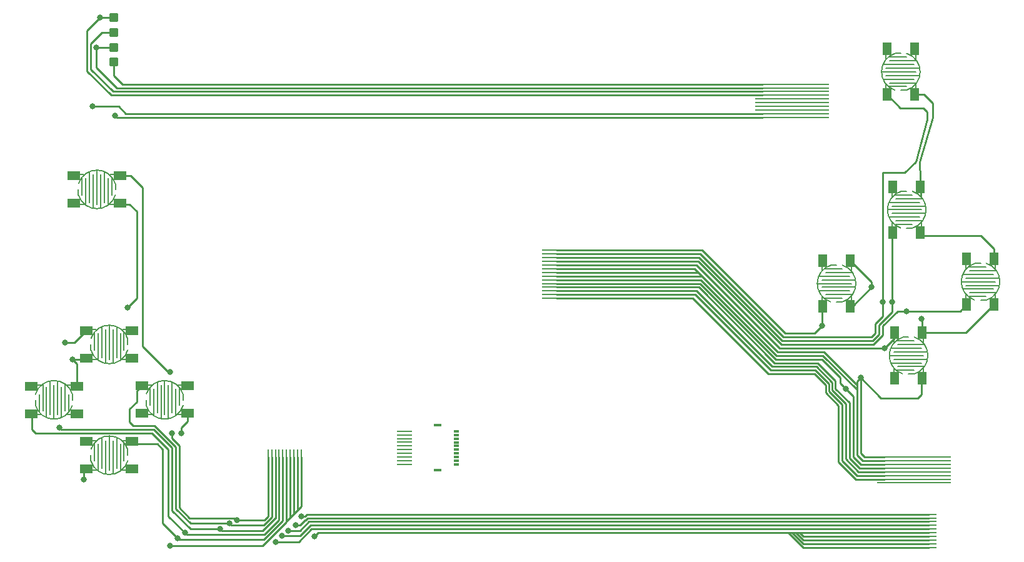
<source format=gbr>
%TF.GenerationSoftware,KiCad,Pcbnew,8.0.4*%
%TF.CreationDate,2024-08-01T13:46:47+01:00*%
%TF.ProjectId,buttonsSuper,62757474-6f6e-4735-9375-7065722e6b69,rev?*%
%TF.SameCoordinates,Original*%
%TF.FileFunction,Copper,L1,Top*%
%TF.FilePolarity,Positive*%
%FSLAX46Y46*%
G04 Gerber Fmt 4.6, Leading zero omitted, Abs format (unit mm)*
G04 Created by KiCad (PCBNEW 8.0.4) date 2024-08-01 13:46:47*
%MOMM*%
%LPD*%
G01*
G04 APERTURE LIST*
G04 Aperture macros list*
%AMRoundRect*
0 Rectangle with rounded corners*
0 $1 Rounding radius*
0 $2 $3 $4 $5 $6 $7 $8 $9 X,Y pos of 4 corners*
0 Add a 4 corners polygon primitive as box body*
4,1,4,$2,$3,$4,$5,$6,$7,$8,$9,$2,$3,0*
0 Add four circle primitives for the rounded corners*
1,1,$1+$1,$2,$3*
1,1,$1+$1,$4,$5*
1,1,$1+$1,$6,$7*
1,1,$1+$1,$8,$9*
0 Add four rect primitives between the rounded corners*
20,1,$1+$1,$2,$3,$4,$5,0*
20,1,$1+$1,$4,$5,$6,$7,0*
20,1,$1+$1,$6,$7,$8,$9,0*
20,1,$1+$1,$8,$9,$2,$3,0*%
%AMFreePoly0*
4,1,5,0.125000,-1.000000,-0.125000,-1.000000,-0.125000,9.000000,0.125000,9.000000,0.125000,-1.000000,0.125000,-1.000000,$1*%
G04 Aperture macros list end*
%TA.AperFunction,EtchedComponent*%
%ADD10C,0.200000*%
%TD*%
%TA.AperFunction,SMDPad,CuDef*%
%ADD11RoundRect,0.312500X-0.312500X0.312500X-0.312500X-0.312500X0.312500X-0.312500X0.312500X0.312500X0*%
%TD*%
%TA.AperFunction,SMDPad,CuDef*%
%ADD12R,0.700025X0.299975*%
%TD*%
%TA.AperFunction,SMDPad,CuDef*%
%ADD13R,1.000000X0.299975*%
%TD*%
%TA.AperFunction,SMDPad,CuDef*%
%ADD14R,1.199898X1.800000*%
%TD*%
%TA.AperFunction,SMDPad,CuDef*%
%ADD15R,1.800000X1.199898*%
%TD*%
%TA.AperFunction,SMDPad,CuDef*%
%ADD16R,4.000000X0.250000*%
%TD*%
%TA.AperFunction,SMDPad,CuDef*%
%ADD17FreePoly0,270.000000*%
%TD*%
%TA.AperFunction,SMDPad,CuDef*%
%ADD18R,2.000000X0.250000*%
%TD*%
%TA.AperFunction,SMDPad,CuDef*%
%ADD19R,0.250000X2.000000*%
%TD*%
%TA.AperFunction,ViaPad*%
%ADD20C,0.800000*%
%TD*%
%TA.AperFunction,Conductor*%
%ADD21C,0.250000*%
%TD*%
G04 APERTURE END LIST*
D10*
%TO.C,SQUARE1*%
X150000000Y-97000000D02*
X150000000Y-96250000D01*
X148750000Y-96999999D02*
X148000000Y-97000000D01*
X146400000Y-96500000D02*
X148750000Y-96500000D01*
X146000000Y-96250000D02*
X146000000Y-97000000D01*
X150100000Y-96000000D02*
X146500000Y-96000000D01*
X145600000Y-95500000D02*
X149750000Y-95500000D01*
X150500000Y-95000000D02*
X146000000Y-95000000D01*
X145390223Y-94500000D02*
X150000000Y-94500000D01*
X150500000Y-94000000D02*
X146000000Y-94000000D01*
X145650000Y-93500000D02*
X149750000Y-93500000D01*
X150100000Y-93000000D02*
X146500000Y-93000000D01*
X150000000Y-92750000D02*
X150000000Y-92000000D01*
X146400000Y-92500000D02*
X148750000Y-92500000D01*
X147250000Y-92000001D02*
X148000000Y-92000000D01*
X146000000Y-92000000D02*
X146000000Y-92750000D01*
X147174621Y-96976136D02*
G75*
G02*
X147250000Y-92000000I825379J2476136D01*
G01*
X148750000Y-92000001D02*
G75*
G02*
X148750000Y-96999999I-750000J-2499999D01*
G01*
%TO.C,L1*%
X45319850Y-83750000D02*
X46069850Y-83750000D01*
X45319851Y-82500000D02*
X45319850Y-81750000D01*
X45819850Y-80150000D02*
X45819850Y-82500000D01*
X46069850Y-79750000D02*
X45319850Y-79750000D01*
X46319850Y-83850000D02*
X46319850Y-80250000D01*
X46819850Y-79350000D02*
X46819850Y-83500000D01*
X47319850Y-84250000D02*
X47319850Y-79750000D01*
X47819850Y-79140223D02*
X47819850Y-83750000D01*
X48319850Y-84250000D02*
X48319850Y-79750000D01*
X48819850Y-79400000D02*
X48819850Y-83500000D01*
X49319850Y-83850000D02*
X49319850Y-80250000D01*
X49569850Y-83750000D02*
X50319850Y-83750000D01*
X49819850Y-80150000D02*
X49819850Y-82500000D01*
X50319849Y-81000000D02*
X50319850Y-81750000D01*
X50319850Y-79750000D02*
X49569850Y-79750000D01*
X45343714Y-80924621D02*
G75*
G02*
X50319850Y-81000000I2476136J-825379D01*
G01*
X50319849Y-82500000D02*
G75*
G02*
X45319851Y-82500000I-2499999J750000D01*
G01*
%TO.C,RIGHT1*%
X54499873Y-112250000D02*
X55249873Y-112250000D01*
X54499874Y-111000000D02*
X54499873Y-110250000D01*
X54999873Y-108650000D02*
X54999873Y-111000000D01*
X55249873Y-108250000D02*
X54499873Y-108250000D01*
X55499873Y-112350000D02*
X55499873Y-108750000D01*
X55999873Y-107850000D02*
X55999873Y-112000000D01*
X56499873Y-112750000D02*
X56499873Y-108250000D01*
X56999873Y-107640223D02*
X56999873Y-112250000D01*
X57499873Y-112750000D02*
X57499873Y-108250000D01*
X57999873Y-107900000D02*
X57999873Y-112000000D01*
X58499873Y-112350000D02*
X58499873Y-108750000D01*
X58749873Y-112250000D02*
X59499873Y-112250000D01*
X58999873Y-108650000D02*
X58999873Y-111000000D01*
X59499872Y-109500000D02*
X59499873Y-110250000D01*
X59499873Y-108250000D02*
X58749873Y-108250000D01*
X54523737Y-109424621D02*
G75*
G02*
X59499873Y-109500000I2476136J-825379D01*
G01*
X59499872Y-111000000D02*
G75*
G02*
X54499874Y-111000000I-2499999J750000D01*
G01*
%TO.C,LEFT1*%
X44499873Y-108250000D02*
X43749873Y-108250000D01*
X44499872Y-109500000D02*
X44499873Y-110250000D01*
X43999873Y-111850000D02*
X43999873Y-109500000D01*
X43749873Y-112250000D02*
X44499873Y-112250000D01*
X43499873Y-108150000D02*
X43499873Y-111750000D01*
X42999873Y-112650000D02*
X42999873Y-108500000D01*
X42499873Y-107750000D02*
X42499873Y-112250000D01*
X41999873Y-112859777D02*
X41999873Y-108250000D01*
X41499873Y-107750000D02*
X41499873Y-112250000D01*
X40999873Y-112600000D02*
X40999873Y-108500000D01*
X40499873Y-108150000D02*
X40499873Y-111750000D01*
X40249873Y-108250000D02*
X39499873Y-108250000D01*
X39999873Y-111850000D02*
X39999873Y-109500000D01*
X39499874Y-111000000D02*
X39499873Y-110250000D01*
X39499873Y-112250000D02*
X40249873Y-112250000D01*
X44476009Y-111075379D02*
G75*
G02*
X39499873Y-111000000I-2476136J825379D01*
G01*
X39499874Y-109500000D02*
G75*
G02*
X44499872Y-109500000I2499999J-750000D01*
G01*
%TO.C,CROSS1*%
X159750000Y-106750000D02*
X159750000Y-106000000D01*
X158500000Y-106749999D02*
X157750000Y-106750000D01*
X156150000Y-106250000D02*
X158500000Y-106250000D01*
X155750000Y-106000000D02*
X155750000Y-106750000D01*
X159850000Y-105750000D02*
X156250000Y-105750000D01*
X155350000Y-105250000D02*
X159500000Y-105250000D01*
X160250000Y-104750000D02*
X155750000Y-104750000D01*
X155140223Y-104250000D02*
X159750000Y-104250000D01*
X160250000Y-103750000D02*
X155750000Y-103750000D01*
X155400000Y-103250000D02*
X159500000Y-103250000D01*
X159850000Y-102750000D02*
X156250000Y-102750000D01*
X159750000Y-102500000D02*
X159750000Y-101750000D01*
X156150000Y-102250000D02*
X158500000Y-102250000D01*
X157000000Y-101750001D02*
X157750000Y-101750000D01*
X155750000Y-101750000D02*
X155750000Y-102500000D01*
X156924621Y-106726136D02*
G75*
G02*
X157000000Y-101750000I825379J2476136D01*
G01*
X158500000Y-101750001D02*
G75*
G02*
X158500000Y-106749999I-750000J-2499999D01*
G01*
%TO.C,CIRCLE1*%
X169500000Y-96750127D02*
X169500000Y-96000127D01*
X168250000Y-96750126D02*
X167500000Y-96750127D01*
X165900000Y-96250127D02*
X168250000Y-96250127D01*
X165500000Y-96000127D02*
X165500000Y-96750127D01*
X169600000Y-95750127D02*
X166000000Y-95750127D01*
X165100000Y-95250127D02*
X169250000Y-95250127D01*
X170000000Y-94750127D02*
X165500000Y-94750127D01*
X164890223Y-94250127D02*
X169500000Y-94250127D01*
X170000000Y-93750127D02*
X165500000Y-93750127D01*
X165150000Y-93250127D02*
X169250000Y-93250127D01*
X169600000Y-92750127D02*
X166000000Y-92750127D01*
X169500000Y-92500127D02*
X169500000Y-91750127D01*
X165900000Y-92250127D02*
X168250000Y-92250127D01*
X166750000Y-91750128D02*
X167500000Y-91750127D01*
X165500000Y-91750127D02*
X165500000Y-92500127D01*
X166674621Y-96726263D02*
G75*
G02*
X166750000Y-91750127I825379J2476136D01*
G01*
X168250000Y-91750128D02*
G75*
G02*
X168250000Y-96750126I-750000J-2499999D01*
G01*
%TO.C,R1*%
X158699962Y-68319977D02*
X158699962Y-67569977D01*
X157449962Y-68319976D02*
X156699962Y-68319977D01*
X155099962Y-67819977D02*
X157449962Y-67819977D01*
X154699962Y-67569977D02*
X154699962Y-68319977D01*
X158799962Y-67319977D02*
X155199962Y-67319977D01*
X154299962Y-66819977D02*
X158449962Y-66819977D01*
X159199962Y-66319977D02*
X154699962Y-66319977D01*
X154090185Y-65819977D02*
X158699962Y-65819977D01*
X159199962Y-65319977D02*
X154699962Y-65319977D01*
X154349962Y-64819977D02*
X158449962Y-64819977D01*
X158799962Y-64319977D02*
X155199962Y-64319977D01*
X158699962Y-64069977D02*
X158699962Y-63319977D01*
X155099962Y-63819977D02*
X157449962Y-63819977D01*
X155949962Y-63319978D02*
X156699962Y-63319977D01*
X154699962Y-63319977D02*
X154699962Y-64069977D01*
X155874583Y-68296113D02*
G75*
G02*
X155949962Y-63319977I825379J2476136D01*
G01*
X157449962Y-63319978D02*
G75*
G02*
X157449962Y-68319976I-750000J-2499999D01*
G01*
%TO.C,UP1*%
X46999873Y-104750000D02*
X47749873Y-104750000D01*
X46999874Y-103500000D02*
X46999873Y-102750000D01*
X47499873Y-101150000D02*
X47499873Y-103500000D01*
X47749873Y-100750000D02*
X46999873Y-100750000D01*
X47999873Y-104850000D02*
X47999873Y-101250000D01*
X48499873Y-100350000D02*
X48499873Y-104500000D01*
X48999873Y-105250000D02*
X48999873Y-100750000D01*
X49499873Y-100140223D02*
X49499873Y-104750000D01*
X49999873Y-105250000D02*
X49999873Y-100750000D01*
X50499873Y-100400000D02*
X50499873Y-104500000D01*
X50999873Y-104850000D02*
X50999873Y-101250000D01*
X51249873Y-104750000D02*
X51999873Y-104750000D01*
X51499873Y-101150000D02*
X51499873Y-103500000D01*
X51999872Y-102000000D02*
X51999873Y-102750000D01*
X51999873Y-100750000D02*
X51249873Y-100750000D01*
X47023737Y-101924621D02*
G75*
G02*
X51999873Y-102000000I2476136J-825379D01*
G01*
X51999872Y-103500000D02*
G75*
G02*
X46999874Y-103500000I-2499999J750000D01*
G01*
%TO.C,TRIANGLE1*%
X159500000Y-87000127D02*
X159500000Y-86250127D01*
X158250000Y-87000126D02*
X157500000Y-87000127D01*
X155900000Y-86500127D02*
X158250000Y-86500127D01*
X155500000Y-86250127D02*
X155500000Y-87000127D01*
X159600000Y-86000127D02*
X156000000Y-86000127D01*
X155100000Y-85500127D02*
X159250000Y-85500127D01*
X160000000Y-85000127D02*
X155500000Y-85000127D01*
X154890223Y-84500127D02*
X159500000Y-84500127D01*
X160000000Y-84000127D02*
X155500000Y-84000127D01*
X155150000Y-83500127D02*
X159250000Y-83500127D01*
X159600000Y-83000127D02*
X156000000Y-83000127D01*
X159500000Y-82750127D02*
X159500000Y-82000127D01*
X155900000Y-82500127D02*
X158250000Y-82500127D01*
X156750000Y-82000128D02*
X157500000Y-82000127D01*
X155500000Y-82000127D02*
X155500000Y-82750127D01*
X156674621Y-86976263D02*
G75*
G02*
X156750000Y-82000127I825379J2476136D01*
G01*
X158250000Y-82000128D02*
G75*
G02*
X158250000Y-87000126I-750000J-2499999D01*
G01*
%TO.C,DOWN1*%
X46999873Y-119750000D02*
X47749873Y-119750000D01*
X46999874Y-118500000D02*
X46999873Y-117750000D01*
X47499873Y-116150000D02*
X47499873Y-118500000D01*
X47749873Y-115750000D02*
X46999873Y-115750000D01*
X47999873Y-119850000D02*
X47999873Y-116250000D01*
X48499873Y-115350000D02*
X48499873Y-119500000D01*
X48999873Y-120250000D02*
X48999873Y-115750000D01*
X49499873Y-115140223D02*
X49499873Y-119750000D01*
X49999873Y-120250000D02*
X49999873Y-115750000D01*
X50499873Y-115400000D02*
X50499873Y-119500000D01*
X50999873Y-119850000D02*
X50999873Y-116250000D01*
X51249873Y-119750000D02*
X51999873Y-119750000D01*
X51499873Y-116150000D02*
X51499873Y-118500000D01*
X51999872Y-117000000D02*
X51999873Y-117750000D01*
X51999873Y-115750000D02*
X51249873Y-115750000D01*
X47023737Y-116924621D02*
G75*
G02*
X51999873Y-117000000I2476136J-825379D01*
G01*
X51999872Y-118500000D02*
G75*
G02*
X46999874Y-118500000I-2499999J750000D01*
G01*
%TD*%
D11*
%TO.P,C6,1,GND_[1]*%
%TO.N,GND*%
X50124507Y-58501014D03*
%TO.P,C6,2,X_[1]*%
%TO.N,/X_1*%
X50124507Y-60501014D03*
%TO.P,C6,3,+v_[1]*%
%TO.N,/+v*%
X50124507Y-62501014D03*
%TO.P,C6,4,Y_[1]*%
%TO.N,/Y_1*%
X50124507Y-64501014D03*
%TD*%
D12*
%TO.P,P1,1,1*%
%TO.N,Net-(C8-Pad10)*%
X96500128Y-114501017D03*
%TO.P,P1,2,2*%
%TO.N,Net-(C8-Pad9)*%
X96500128Y-115001144D03*
%TO.P,P1,3,3*%
%TO.N,Net-(C8-Pad8)*%
X96500128Y-115501017D03*
%TO.P,P1,4,4*%
%TO.N,Net-(C8-Pad7)*%
X96500128Y-116001144D03*
%TO.P,P1,5,5*%
%TO.N,Net-(C8-Pad6)*%
X96500128Y-116501017D03*
%TO.P,P1,6,6*%
%TO.N,Net-(C8-Pad5)*%
X96500128Y-117001144D03*
%TO.P,P1,7,7*%
%TO.N,Net-(C8-Pad4)*%
X96500128Y-117501017D03*
%TO.P,P1,8,8*%
%TO.N,Net-(C8-Pad3)*%
X96500128Y-118001144D03*
%TO.P,P1,9,9*%
%TO.N,Net-(C8-Pad2)*%
X96500128Y-118501017D03*
%TO.P,P1,10,10*%
%TO.N,Net-(C8-Pad1)*%
X96500128Y-119000636D03*
D13*
%TO.P,P1,11,11*%
%TO.N,unconnected-(P1-Pad11)*%
X94000000Y-113700661D03*
%TO.P,P1,12,12*%
%TO.N,unconnected-(P1-Pad12)*%
X94000000Y-119800483D03*
%TD*%
D14*
%TO.P,SQUARE1,1,1*%
%TO.N,/Square*%
X146125108Y-97600076D03*
%TO.P,SQUARE1,2,2*%
X146125108Y-91399924D03*
%TO.P,SQUARE1,3,3*%
%TO.N,/gnd*%
X149825133Y-97600076D03*
%TO.P,SQUARE1,4,4*%
X149825133Y-91399924D03*
%TD*%
D15*
%TO.P,L1,1,1*%
%TO.N,/l1*%
X44719774Y-79875108D03*
%TO.P,L1,2,2*%
X50919926Y-79875108D03*
%TO.P,L1,3,3*%
%TO.N,GND*%
X44719774Y-83575133D03*
%TO.P,L1,4,4*%
X50919926Y-83575133D03*
%TD*%
D16*
%TO.P,C4,1,1*%
%TO.N,/LED +5v*%
X110075000Y-96500000D03*
%TO.P,C4,2,2*%
%TO.N,/chargeLED*%
X110075000Y-96000000D03*
%TO.P,C4,3,3*%
%TO.N,/powerLED*%
X110075000Y-95500000D03*
%TO.P,C4,4,4*%
%TO.N,/keyHold*%
X110075000Y-95000000D03*
%TO.P,C4,5,5*%
%TO.N,/keyPower*%
X110075000Y-94500000D03*
%TO.P,C4,6,6*%
%TO.N,/gnd*%
X110075000Y-94000000D03*
%TO.P,C4,7,7*%
X110075000Y-93500000D03*
%TO.P,C4,8,8*%
X110075000Y-93000000D03*
%TO.P,C4,9,9*%
X110075000Y-92500000D03*
%TO.P,C4,10,10*%
%TO.N,/cross*%
X110075000Y-92000000D03*
%TO.P,C4,11,11*%
%TO.N,/Circle*%
X110075000Y-91500000D03*
%TO.P,C4,12,12*%
%TO.N,/Triangle*%
X110075000Y-91000000D03*
%TO.P,C4,13,13*%
%TO.N,/R1*%
X110075000Y-90500000D03*
%TO.P,C4,14,14*%
%TO.N,/Square*%
X110075000Y-90000000D03*
%TD*%
D15*
%TO.P,RIGHT1,1,1*%
%TO.N,/right*%
X53899797Y-108375108D03*
%TO.P,RIGHT1,2,2*%
X60099949Y-108375108D03*
%TO.P,RIGHT1,3,3*%
%TO.N,GND*%
X53899797Y-112075133D03*
%TO.P,RIGHT1,4,4*%
X60099949Y-112075133D03*
%TD*%
D17*
%TO.P,C3,1,1*%
%TO.N,/gnd*%
X154500000Y-118000000D03*
%TO.P,C3,2,2*%
X154500000Y-118500000D03*
%TO.P,C3,3,3*%
%TO.N,/keyPower*%
X154500000Y-119000000D03*
%TO.P,C3,4,4*%
%TO.N,/keyHold*%
X154500000Y-119500000D03*
%TO.P,C3,5,5*%
%TO.N,/powerLED*%
X154500000Y-120000000D03*
%TO.P,C3,6,6*%
%TO.N,/chargeLED*%
X154500000Y-120500000D03*
%TO.P,C3,7,7*%
%TO.N,/LED +5v*%
X154500000Y-121000000D03*
%TO.P,C3,8,8*%
%TO.N,unconnected-(C3-Pad8)*%
X154500000Y-121500000D03*
%TD*%
D15*
%TO.P,LEFT1,1,1*%
%TO.N,/left*%
X45099949Y-112124892D03*
%TO.P,LEFT1,2,2*%
X38899797Y-112124892D03*
%TO.P,LEFT1,3,3*%
%TO.N,GND*%
X45099949Y-108424867D03*
%TO.P,LEFT1,4,4*%
X38899797Y-108424867D03*
%TD*%
D14*
%TO.P,CROSS1,1,1*%
%TO.N,/cross*%
X155875108Y-107350076D03*
%TO.P,CROSS1,2,2*%
X155875108Y-101149924D03*
%TO.P,CROSS1,3,3*%
%TO.N,/gnd*%
X159575133Y-107350076D03*
%TO.P,CROSS1,4,4*%
X159575133Y-101149924D03*
%TD*%
%TO.P,CIRCLE1,1,1*%
%TO.N,/Circle*%
X165625108Y-97350203D03*
%TO.P,CIRCLE1,2,2*%
X165625108Y-91150051D03*
%TO.P,CIRCLE1,3,3*%
%TO.N,/gnd*%
X169325133Y-97350203D03*
%TO.P,CIRCLE1,4,4*%
X169325133Y-91150051D03*
%TD*%
%TO.P,R1,1,1*%
%TO.N,/R1*%
X154825070Y-68920053D03*
%TO.P,R1,2,2*%
X154825070Y-62719901D03*
%TO.P,R1,3,3*%
%TO.N,/gnd*%
X158525095Y-68920053D03*
%TO.P,R1,4,4*%
X158525095Y-62719901D03*
%TD*%
D17*
%TO.P,C7,1,1*%
%TO.N,/Y_1*%
X138000915Y-67501014D03*
%TO.P,C7,2,2*%
%TO.N,/+v*%
X138000915Y-68001014D03*
%TO.P,C7,3,3*%
%TO.N,/X_1*%
X138000915Y-68501014D03*
%TO.P,C7,4,4*%
%TO.N,GND*%
X138000915Y-69001014D03*
%TO.P,C7,5,5*%
%TO.N,unconnected-(C7-Pad5)*%
X138000915Y-69501014D03*
%TO.P,C7,6,6*%
%TO.N,unconnected-(C7-Pad6)*%
X138000915Y-70001014D03*
%TO.P,C7,7,7*%
%TO.N,unconnected-(C7-Pad7)*%
X138000915Y-70501014D03*
%TO.P,C7,8,8*%
%TO.N,unconnected-(C7-Pad8)*%
X138000915Y-71001014D03*
%TO.P,C7,9,9*%
%TO.N,/X_2*%
X138000915Y-71501014D03*
%TO.P,C7,10,10*%
%TO.N,/Y_2*%
X138000915Y-72001014D03*
%TD*%
D15*
%TO.P,UP1,1,1*%
%TO.N,/up*%
X46399797Y-100875108D03*
%TO.P,UP1,2,2*%
X52599949Y-100875108D03*
%TO.P,UP1,3,3*%
%TO.N,GND*%
X46399797Y-104575133D03*
%TO.P,UP1,4,4*%
X52599949Y-104575133D03*
%TD*%
D14*
%TO.P,TRIANGLE1,1,1*%
%TO.N,/Triangle*%
X155625108Y-87600203D03*
%TO.P,TRIANGLE1,2,2*%
X155625108Y-81400051D03*
%TO.P,TRIANGLE1,3,3*%
%TO.N,/gnd*%
X159325133Y-87600203D03*
%TO.P,TRIANGLE1,4,4*%
X159325133Y-81400051D03*
%TD*%
D15*
%TO.P,DOWN1,1,1*%
%TO.N,/down*%
X46399797Y-115875108D03*
%TO.P,DOWN1,2,2*%
X52599949Y-115875108D03*
%TO.P,DOWN1,3,3*%
%TO.N,GND*%
X46399797Y-119575133D03*
%TO.P,DOWN1,4,4*%
X52599949Y-119575133D03*
%TD*%
D18*
%TO.P,C1,1,1*%
%TO.N,/l1*%
X160500000Y-125750000D03*
%TO.P,C1,2,2*%
%TO.N,/right*%
X160500000Y-126250000D03*
%TO.P,C1,3,3*%
%TO.N,/up*%
X160500000Y-126750000D03*
%TO.P,C1,4,4*%
%TO.N,/left*%
X160500000Y-127250000D03*
%TO.P,C1,5,5*%
%TO.N,/down*%
X160500000Y-127750000D03*
%TO.P,C1,6,6*%
%TO.N,GND*%
X160500000Y-128250000D03*
%TO.P,C1,7,7*%
X160500000Y-128750000D03*
%TO.P,C1,8,8*%
X160500000Y-129250000D03*
%TO.P,C1,9,9*%
X160500000Y-129750000D03*
%TO.P,C1,10,10*%
X160500000Y-130250000D03*
%TD*%
D19*
%TO.P,C2,1,1*%
%TO.N,/l1*%
X71000000Y-118000000D03*
%TO.P,C2,2,2*%
%TO.N,/right*%
X71500000Y-118000000D03*
%TO.P,C2,3,3*%
%TO.N,/up*%
X72000000Y-118000000D03*
%TO.P,C2,4,4*%
%TO.N,/left*%
X72500000Y-118000000D03*
%TO.P,C2,5,5*%
%TO.N,/down*%
X73000000Y-118000000D03*
%TO.P,C2,6,6*%
%TO.N,GND*%
X73500000Y-118000000D03*
%TO.P,C2,7,7*%
X74000000Y-118000000D03*
%TO.P,C2,8,8*%
X74500000Y-118000000D03*
%TO.P,C2,9,9*%
X75000000Y-118000000D03*
%TO.P,C2,10,10*%
X75500000Y-118000000D03*
%TD*%
D18*
%TO.P,C8,1,1*%
%TO.N,Net-(C8-Pad1)*%
X89500000Y-119000000D03*
%TO.P,C8,2,2*%
%TO.N,Net-(C8-Pad2)*%
X89500000Y-118500000D03*
%TO.P,C8,3,3*%
%TO.N,Net-(C8-Pad3)*%
X89500000Y-118000000D03*
%TO.P,C8,4,4*%
%TO.N,Net-(C8-Pad4)*%
X89500000Y-117500000D03*
%TO.P,C8,5,5*%
%TO.N,Net-(C8-Pad5)*%
X89500000Y-117000000D03*
%TO.P,C8,6,6*%
%TO.N,Net-(C8-Pad6)*%
X89500000Y-116500000D03*
%TO.P,C8,7,7*%
%TO.N,Net-(C8-Pad7)*%
X89500000Y-116000000D03*
%TO.P,C8,8,8*%
%TO.N,Net-(C8-Pad8)*%
X89500000Y-115500000D03*
%TO.P,C8,9,9*%
%TO.N,Net-(C8-Pad9)*%
X89500000Y-115000000D03*
%TO.P,C8,10,10*%
%TO.N,Net-(C8-Pad10)*%
X89500000Y-114500000D03*
%TD*%
D20*
%TO.N,/l1*%
X75500000Y-126000000D03*
X57750000Y-106500000D03*
X58000000Y-114750000D03*
X66750000Y-126500000D03*
%TO.N,/right*%
X74750000Y-127224500D03*
X65750000Y-127000000D03*
%TO.N,/up*%
X73750000Y-127949011D03*
X64500000Y-127750000D03*
X42750000Y-114000000D03*
X43500000Y-102500000D03*
%TO.N,/left*%
X72892691Y-128673511D03*
X59750000Y-128250000D03*
%TO.N,/down*%
X58750000Y-129000000D03*
X72000000Y-129500000D03*
%TO.N,GND*%
X48250000Y-58500000D03*
X46000000Y-121000000D03*
X59250000Y-114750000D03*
X52000000Y-97750000D03*
X44500000Y-104750000D03*
X77250000Y-128750000D03*
X57750000Y-130000000D03*
%TO.N,/gnd*%
X152750000Y-95000000D03*
X159500000Y-99250000D03*
X151250000Y-107250000D03*
%TO.N,/cross*%
X154500000Y-103250000D03*
%TO.N,/Circle*%
X157500000Y-98250000D03*
%TO.N,/Triangle*%
X155550038Y-97000000D03*
%TO.N,/R1*%
X154250000Y-97000000D03*
%TO.N,/Square*%
X146000000Y-100250000D03*
%TO.N,/+v*%
X47750000Y-62500000D03*
%TO.N,/X_2*%
X47250000Y-70500000D03*
%TO.N,/Y_2*%
X50250000Y-71750000D03*
%TO.N,/keyPower*%
X149250000Y-108750000D03*
%TD*%
D21*
%TO.N,/l1*%
X54000000Y-103000000D02*
X54000000Y-81500000D01*
X57500000Y-106500000D02*
X54000000Y-103000000D01*
X66500000Y-126250000D02*
X66750000Y-126500000D01*
X60386396Y-126250000D02*
X66500000Y-126250000D01*
X52375108Y-79875108D02*
X50919926Y-79875108D01*
X54000000Y-81500000D02*
X52375108Y-79875108D01*
X71000000Y-126000000D02*
X70500000Y-126500000D01*
X76000000Y-126000000D02*
X75500000Y-126000000D01*
X59000000Y-124863604D02*
X60386396Y-126250000D01*
X160500000Y-125750000D02*
X76250000Y-125750000D01*
X59000000Y-116477208D02*
X58000000Y-115477208D01*
X59000000Y-116477208D02*
X59000000Y-124863604D01*
X70500000Y-126500000D02*
X66750000Y-126500000D01*
X71000000Y-118000000D02*
X71000000Y-126000000D01*
X76250000Y-125750000D02*
X76000000Y-126000000D01*
X58000000Y-115477208D02*
X58000000Y-114750000D01*
X57750000Y-106500000D02*
X57500000Y-106500000D01*
%TO.N,/right*%
X65750000Y-127000000D02*
X60500000Y-127000000D01*
X58500000Y-125000000D02*
X58500000Y-116613604D01*
X52750000Y-113750000D02*
X52250000Y-113250000D01*
X58500000Y-116613604D02*
X55636396Y-113750000D01*
X76123411Y-126512307D02*
X76385718Y-126250000D01*
X55636396Y-113750000D02*
X52750000Y-113750000D01*
X74750000Y-127224500D02*
X75300114Y-127224500D01*
X76012307Y-126512307D02*
X76123411Y-126512307D01*
X60500000Y-127000000D02*
X58500000Y-125000000D01*
X53250000Y-109024905D02*
X53899797Y-108375108D01*
X66000000Y-127250000D02*
X65750000Y-127000000D01*
X52250000Y-111500000D02*
X53250000Y-110500000D01*
X71500000Y-126135717D02*
X70385717Y-127250000D01*
X75300114Y-127224500D02*
X76012307Y-126512307D01*
X70385717Y-127250000D02*
X66000000Y-127250000D01*
X52250000Y-113250000D02*
X52250000Y-111500000D01*
X71500000Y-118000000D02*
X71500000Y-126135717D01*
X76385718Y-126250000D02*
X160500000Y-126250000D01*
X53250000Y-110500000D02*
X53250000Y-109024905D01*
%TO.N,/up*%
X44774905Y-102500000D02*
X46399797Y-100875108D01*
X58000000Y-125250000D02*
X60500000Y-127750000D01*
X70271435Y-128000000D02*
X64750000Y-128000000D01*
X72000000Y-126271434D02*
X71978566Y-126271434D01*
X43000000Y-114250000D02*
X42750000Y-114000000D01*
X60500000Y-127750000D02*
X64500000Y-127750000D01*
X71978566Y-126271434D02*
X71949520Y-126300480D01*
X64750000Y-128000000D02*
X64500000Y-127750000D01*
X71949520Y-126300480D02*
X71949520Y-126321915D01*
X160500000Y-126750000D02*
X76521436Y-126750000D01*
X75322425Y-127949011D02*
X73750000Y-127949011D01*
X44250000Y-114250000D02*
X43000000Y-114250000D01*
X55500000Y-114250000D02*
X58000000Y-116750000D01*
X71949520Y-126321915D02*
X70271435Y-128000000D01*
X44250000Y-114250000D02*
X55500000Y-114250000D01*
X58000000Y-116750000D02*
X58000000Y-125250000D01*
X72000000Y-118000000D02*
X72000000Y-126271434D01*
X43500000Y-102500000D02*
X44774905Y-102500000D01*
X76521436Y-126750000D02*
X75322425Y-127949011D01*
%TO.N,/left*%
X38899797Y-112075133D02*
X39074664Y-112250000D01*
X39000000Y-114250000D02*
X39000000Y-112225095D01*
X55250000Y-114750000D02*
X39500000Y-114750000D01*
X76750000Y-127250000D02*
X75326489Y-128673511D01*
X59750000Y-128250000D02*
X57500000Y-126000000D01*
X57500000Y-126000000D02*
X57500000Y-117000000D01*
X72500000Y-118000000D02*
X72500000Y-126500000D01*
X57500000Y-117000000D02*
X55250000Y-114750000D01*
X160500000Y-127250000D02*
X76750000Y-127250000D01*
X39000000Y-112225095D02*
X38899797Y-112124892D01*
X39500000Y-114750000D02*
X39000000Y-114250000D01*
X70500000Y-128500000D02*
X60000000Y-128500000D01*
X72500000Y-126500000D02*
X70500000Y-128500000D01*
X60000000Y-128500000D02*
X59750000Y-128250000D01*
X75326489Y-128673511D02*
X72892691Y-128673511D01*
%TO.N,/down*%
X52599949Y-115875108D02*
X52974841Y-116250000D01*
X56750000Y-117000000D02*
X56750000Y-127000000D01*
X58750000Y-129000000D02*
X58800480Y-128949520D01*
X70431802Y-129181802D02*
X58931802Y-129181802D01*
X56000000Y-116250000D02*
X56750000Y-117000000D01*
X73000000Y-126635718D02*
X73000000Y-118000000D01*
X70664084Y-128949520D02*
X70431802Y-129181802D01*
X76885718Y-127750000D02*
X160500000Y-127750000D01*
X70686197Y-128949520D02*
X70664084Y-128949520D01*
X72000000Y-129500000D02*
X75135718Y-129500000D01*
X52974841Y-116250000D02*
X56000000Y-116250000D01*
X56750000Y-127000000D02*
X58750000Y-129000000D01*
X75135718Y-129500000D02*
X76885718Y-127750000D01*
X58931802Y-129181802D02*
X58750000Y-129000000D01*
X70686197Y-128949520D02*
X73000000Y-126635718D01*
%TO.N,GND*%
X73500000Y-126500000D02*
X73589293Y-126589293D01*
X77750000Y-128250000D02*
X141500000Y-128250000D01*
X46224930Y-104750000D02*
X46399797Y-104575133D01*
X59250000Y-114750000D02*
X59250000Y-114000000D01*
X143500000Y-130250000D02*
X141500000Y-128250000D01*
X143000000Y-128250000D02*
X143500000Y-128750000D01*
X46000000Y-119974930D02*
X46399797Y-119575133D01*
X45825133Y-104575133D02*
X46399797Y-104575133D01*
X75500000Y-118000000D02*
X75500000Y-124678585D01*
X73589293Y-126589293D02*
X74464293Y-125714293D01*
X73500000Y-118000000D02*
X73500000Y-126500000D01*
X143500000Y-128750000D02*
X160500000Y-128750000D01*
X60099949Y-113150051D02*
X60099949Y-112075133D01*
X70872395Y-129399040D02*
X73500000Y-126771435D01*
X45099949Y-105349949D02*
X44500000Y-104750000D01*
X46500000Y-60250000D02*
X46500000Y-65750000D01*
X59250000Y-114000000D02*
X60099949Y-113150051D01*
X70872395Y-129399040D02*
X70850960Y-129399040D01*
X50125000Y-58500000D02*
X48250000Y-58500000D01*
X142500000Y-128250000D02*
X142000000Y-128250000D01*
X77750000Y-128250000D02*
X77250000Y-128750000D01*
X74000000Y-118000000D02*
X74000000Y-126178586D01*
X46574664Y-119750000D02*
X46399797Y-119575133D01*
X160500000Y-130250000D02*
X143500000Y-130250000D01*
X142000000Y-128250000D02*
X143500000Y-129750000D01*
X70850960Y-129399040D02*
X70250000Y-130000000D01*
X46500000Y-65750000D02*
X49751014Y-69001014D01*
X45099949Y-108424867D02*
X45099949Y-105349949D01*
X160500000Y-128250000D02*
X143000000Y-128250000D01*
X50919926Y-83575133D02*
X51094793Y-83750000D01*
X74500000Y-118000000D02*
X74500000Y-125678586D01*
X53250000Y-84750000D02*
X53250000Y-96500000D01*
X143500000Y-129750000D02*
X160500000Y-129750000D01*
X142000000Y-128250000D02*
X141500000Y-128250000D01*
X75000000Y-118000000D02*
X75000000Y-125178586D01*
X70250000Y-130000000D02*
X57750000Y-130000000D01*
X49751014Y-69001014D02*
X138000915Y-69001014D01*
X52250000Y-83750000D02*
X53250000Y-84750000D01*
X73500000Y-126771435D02*
X73500000Y-126500000D01*
X48250000Y-58500000D02*
X46500000Y-60250000D01*
X46000000Y-121000000D02*
X46000000Y-119974930D01*
X74464293Y-125714293D02*
X75500000Y-124678585D01*
X143500000Y-129250000D02*
X142500000Y-128250000D01*
X60024816Y-112000000D02*
X60099949Y-112075133D01*
X160500000Y-129250000D02*
X143500000Y-129250000D01*
X143000000Y-128250000D02*
X142500000Y-128250000D01*
X53250000Y-96500000D02*
X52000000Y-97750000D01*
X44500000Y-104750000D02*
X46224930Y-104750000D01*
X51094793Y-83750000D02*
X52250000Y-83750000D01*
%TO.N,/gnd*%
X159500000Y-107425209D02*
X159575133Y-107350076D01*
X150750000Y-117750000D02*
X150750000Y-109000000D01*
X169450216Y-91275007D02*
X169325133Y-91149924D01*
X150750000Y-109000000D02*
X150750000Y-108500000D01*
X110075000Y-93500000D02*
X129750000Y-93500000D01*
X140000000Y-103750000D02*
X146250000Y-103750000D01*
X159700216Y-101275007D02*
X159575133Y-101149924D01*
X159450216Y-82569977D02*
X159250000Y-78000000D01*
X159000000Y-110000000D02*
X159500000Y-109500000D01*
X165525412Y-101149924D02*
X159575133Y-101149924D01*
X151500000Y-118500000D02*
X150750000Y-117750000D01*
X151000000Y-107250000D02*
X151250000Y-107250000D01*
X110075000Y-92500000D02*
X128750000Y-92500000D01*
X159820231Y-68920053D02*
X158525095Y-68920053D01*
X110075000Y-94000000D02*
X129636396Y-94000000D01*
X159250000Y-78000000D02*
X161000000Y-72000000D01*
X169325133Y-97350203D02*
X165525412Y-101149924D01*
X151250000Y-107500000D02*
X151000000Y-107250000D01*
X159575133Y-101149924D02*
X159575133Y-99325133D01*
X150750000Y-107750000D02*
X150750000Y-108500000D01*
X161000000Y-72000000D02*
X161000000Y-70099822D01*
X161000000Y-70099822D02*
X159820231Y-68920053D01*
X150750000Y-108863604D02*
X150750000Y-109000000D01*
X151250000Y-107250000D02*
X154000000Y-110000000D01*
X151250000Y-117500000D02*
X151250000Y-107500000D01*
X159500000Y-109500000D02*
X159500000Y-107425209D01*
X169325133Y-91149924D02*
X169325133Y-89825133D01*
X150750000Y-108250000D02*
X150750000Y-108500000D01*
X159725057Y-88000000D02*
X159325133Y-87600076D01*
X154000000Y-110000000D02*
X159000000Y-110000000D01*
X129750000Y-93500000D02*
X140000000Y-103750000D01*
X129250000Y-93000000D02*
X129750000Y-93500000D01*
X159575133Y-99325133D02*
X159500000Y-99250000D01*
X146250000Y-103750000D02*
X150750000Y-108250000D01*
X159700216Y-107224993D02*
X159575133Y-107350076D01*
X151250000Y-107250000D02*
X150750000Y-107750000D01*
X151750000Y-118000000D02*
X151250000Y-117500000D01*
X146136396Y-104250000D02*
X150750000Y-108863604D01*
X129636396Y-94000000D02*
X139886396Y-104250000D01*
X150149924Y-97600076D02*
X149825133Y-97600076D01*
X139886396Y-104250000D02*
X146136396Y-104250000D01*
X152750000Y-95000000D02*
X152750000Y-94324791D01*
X169325133Y-89825133D02*
X167500000Y-88000000D01*
X152750000Y-94324791D02*
X149825133Y-91399924D01*
X167500000Y-88000000D02*
X159725057Y-88000000D01*
X154500000Y-118500000D02*
X151500000Y-118500000D01*
X154500000Y-118000000D02*
X151750000Y-118000000D01*
X110075000Y-93000000D02*
X129250000Y-93000000D01*
X128750000Y-92500000D02*
X129250000Y-93000000D01*
X152750000Y-95000000D02*
X150149924Y-97600076D01*
%TO.N,/cross*%
X140250000Y-103250000D02*
X154500000Y-103250000D01*
X154500000Y-103250000D02*
X155875108Y-101874892D01*
X155875108Y-101874892D02*
X155875108Y-101149924D01*
X129000000Y-92000000D02*
X140250000Y-103250000D01*
X110075000Y-92000000D02*
X129000000Y-92000000D01*
%TO.N,/Circle*%
X110075000Y-91500000D02*
X129250000Y-91500000D01*
X154250000Y-100250000D02*
X156250000Y-98250000D01*
X140500000Y-102750000D02*
X153000000Y-102750000D01*
X129250000Y-91500000D02*
X140500000Y-102750000D01*
X164725184Y-98250000D02*
X165625108Y-97350076D01*
X157500000Y-98250000D02*
X164725184Y-98250000D01*
X154250000Y-101500000D02*
X154250000Y-100250000D01*
X153000000Y-102750000D02*
X154250000Y-101500000D01*
X156250000Y-98250000D02*
X157500000Y-98250000D01*
%TO.N,/Triangle*%
X155550038Y-97000000D02*
X155550038Y-87675146D01*
X155550038Y-98313566D02*
X155550038Y-97000000D01*
X140636396Y-102250000D02*
X152863604Y-102250000D01*
X129386396Y-91000000D02*
X140636396Y-102250000D01*
X153750000Y-101363604D02*
X153750000Y-100113604D01*
X155550038Y-87675146D02*
X155625108Y-87600076D01*
X110075000Y-91000000D02*
X129386396Y-91000000D01*
X152863604Y-102250000D02*
X153750000Y-101363604D01*
X153750000Y-100113604D02*
X155550038Y-98313566D01*
%TO.N,/R1*%
X154250000Y-98977208D02*
X154250000Y-97000000D01*
X129522792Y-90500000D02*
X140772792Y-101750000D01*
X153250000Y-101227208D02*
X153250000Y-99977208D01*
X160250000Y-72250000D02*
X160250000Y-71250000D01*
X140772792Y-101750000D02*
X152727208Y-101750000D01*
X157250000Y-79500000D02*
X158750000Y-78000000D01*
X156655017Y-70750000D02*
X154825070Y-68920053D01*
X158750000Y-78000000D02*
X160250000Y-72250000D01*
X159750000Y-70750000D02*
X156655017Y-70750000D01*
X154250000Y-97000000D02*
X154250000Y-79500000D01*
X154250000Y-79500000D02*
X157250000Y-79500000D01*
X160250000Y-71250000D02*
X159750000Y-70750000D01*
X110075000Y-90500000D02*
X129522792Y-90500000D01*
X152727208Y-101750000D02*
X153250000Y-101227208D01*
X153250000Y-99977208D02*
X154250000Y-98977208D01*
%TO.N,/Square*%
X145000000Y-101250000D02*
X146000000Y-100250000D01*
X146000000Y-97725184D02*
X146125108Y-97600076D01*
X129750000Y-90000000D02*
X141000000Y-101250000D01*
X110075000Y-90000000D02*
X129750000Y-90000000D01*
X146000000Y-100250000D02*
X146000000Y-97725184D01*
X141000000Y-101250000D02*
X145000000Y-101250000D01*
%TO.N,/X_1*%
X50125000Y-60500000D02*
X48500000Y-60500000D01*
X49998986Y-68501014D02*
X138000915Y-68501014D01*
X48500000Y-60500000D02*
X47000000Y-62000000D01*
X47000000Y-62000000D02*
X47000000Y-65502028D01*
X47000000Y-65502028D02*
X49998986Y-68501014D01*
%TO.N,/+v*%
X61500000Y-68000000D02*
X61501014Y-68001014D01*
X47750000Y-62500000D02*
X47750000Y-65250000D01*
X47750000Y-65250000D02*
X50500000Y-68000000D01*
X50125000Y-62500000D02*
X47750000Y-62500000D01*
X50500000Y-68000000D02*
X61500000Y-68000000D01*
X61501014Y-68001014D02*
X138000915Y-68001014D01*
%TO.N,/Y_1*%
X50125000Y-66375000D02*
X51251014Y-67501014D01*
X51251014Y-67501014D02*
X138000915Y-67501014D01*
X50125000Y-64500000D02*
X50125000Y-66375000D01*
%TO.N,/X_2*%
X50750000Y-70500000D02*
X51751014Y-71501014D01*
X47250000Y-70500000D02*
X50750000Y-70500000D01*
X51751014Y-71501014D02*
X138000915Y-71501014D01*
%TO.N,/Y_2*%
X50501014Y-72001014D02*
X138000915Y-72001014D01*
X50250000Y-71750000D02*
X50501014Y-72001014D01*
%TO.N,/keyHold*%
X110075000Y-95000000D02*
X129363604Y-95000000D01*
X129363604Y-95000000D02*
X139613604Y-105250000D01*
X149750000Y-118136396D02*
X151113604Y-119500000D01*
X147850000Y-108736396D02*
X149750000Y-110636396D01*
X147850000Y-107690812D02*
X147850000Y-108736396D01*
X145409188Y-105250000D02*
X147850000Y-107690812D01*
X139613604Y-105250000D02*
X145409188Y-105250000D01*
X151113604Y-119500000D02*
X154500000Y-119500000D01*
X149750000Y-110636396D02*
X149750000Y-118136396D01*
%TO.N,/LED +5v*%
X128500000Y-96500000D02*
X110075000Y-96500000D01*
X154500000Y-121000000D02*
X150613604Y-121000000D01*
X148250000Y-111045584D02*
X146500000Y-109295584D01*
X148250000Y-118636396D02*
X148250000Y-111045584D01*
X146500000Y-109295584D02*
X146500000Y-108250000D01*
X138750000Y-106750000D02*
X128500000Y-96500000D01*
X150613604Y-121000000D02*
X148250000Y-118636396D01*
X145000000Y-106750000D02*
X138750000Y-106750000D01*
X146500000Y-108250000D02*
X145000000Y-106750000D01*
%TO.N,/powerLED*%
X150977208Y-120000000D02*
X149250000Y-118272792D01*
X149250000Y-118272792D02*
X149250000Y-110772792D01*
X129000000Y-95500000D02*
X110075000Y-95500000D01*
X154500000Y-120000000D02*
X150977208Y-120000000D01*
X147400000Y-108922792D02*
X147400000Y-107877208D01*
X145272792Y-105750000D02*
X139250000Y-105750000D01*
X147400000Y-107877208D02*
X145272792Y-105750000D01*
X149250000Y-110772792D02*
X147400000Y-108922792D01*
X139250000Y-105750000D02*
X129000000Y-95500000D01*
%TO.N,/keyPower*%
X151250000Y-119000000D02*
X150250000Y-118000000D01*
X139750000Y-104750000D02*
X146000000Y-104750000D01*
X129500000Y-94500000D02*
X139750000Y-104750000D01*
X148500000Y-108000000D02*
X149250000Y-108750000D01*
X150250000Y-118000000D02*
X150250000Y-110500000D01*
X154500000Y-119000000D02*
X151250000Y-119000000D01*
X150250000Y-110500000D02*
X150250000Y-109750000D01*
X110075000Y-94500000D02*
X129500000Y-94500000D01*
X146000000Y-104750000D02*
X148500000Y-107250000D01*
X150250000Y-109750000D02*
X149250000Y-108750000D01*
X148500000Y-107250000D02*
X148500000Y-108000000D01*
%TO.N,/chargeLED*%
X148750000Y-118500000D02*
X150750000Y-120500000D01*
X145136396Y-106250000D02*
X146950000Y-108063604D01*
X146950000Y-109109188D02*
X148750000Y-110909188D01*
X148750000Y-110909188D02*
X148750000Y-118500000D01*
X128863604Y-96000000D02*
X139113604Y-106250000D01*
X150750000Y-120500000D02*
X154500000Y-120500000D01*
X146950000Y-108063604D02*
X146950000Y-109109188D01*
X139113604Y-106250000D02*
X145136396Y-106250000D01*
X110075000Y-96000000D02*
X128863604Y-96000000D01*
%TD*%
M02*

</source>
